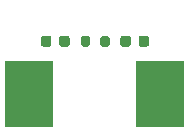
<source format=gbp>
G04 #@! TF.GenerationSoftware,KiCad,Pcbnew,5.1.8*
G04 #@! TF.CreationDate,2021-01-23T15:50:44+08:00*
G04 #@! TF.ProjectId,medicine_timer_pcb,6d656469-6369-46e6-955f-74696d65725f,rev?*
G04 #@! TF.SameCoordinates,Original*
G04 #@! TF.FileFunction,Paste,Bot*
G04 #@! TF.FilePolarity,Positive*
%FSLAX46Y46*%
G04 Gerber Fmt 4.6, Leading zero omitted, Abs format (unit mm)*
G04 Created by KiCad (PCBNEW 5.1.8) date 2021-01-23 15:50:44*
%MOMM*%
%LPD*%
G01*
G04 APERTURE LIST*
%ADD10R,4.100000X5.600000*%
G04 APERTURE END LIST*
D10*
X86650000Y-113375000D03*
X97750000Y-113375000D03*
G36*
G01*
X91850000Y-108650000D02*
X91850000Y-109200000D01*
G75*
G02*
X91650000Y-109400000I-200000J0D01*
G01*
X91250000Y-109400000D01*
G75*
G02*
X91050000Y-109200000I0J200000D01*
G01*
X91050000Y-108650000D01*
G75*
G02*
X91250000Y-108450000I200000J0D01*
G01*
X91650000Y-108450000D01*
G75*
G02*
X91850000Y-108650000I0J-200000D01*
G01*
G37*
G36*
G01*
X93500000Y-108650000D02*
X93500000Y-109200000D01*
G75*
G02*
X93300000Y-109400000I-200000J0D01*
G01*
X92900000Y-109400000D01*
G75*
G02*
X92700000Y-109200000I0J200000D01*
G01*
X92700000Y-108650000D01*
G75*
G02*
X92900000Y-108450000I200000J0D01*
G01*
X93300000Y-108450000D01*
G75*
G02*
X93500000Y-108650000I0J-200000D01*
G01*
G37*
G36*
G01*
X95950000Y-109175000D02*
X95950000Y-108675000D01*
G75*
G02*
X96175000Y-108450000I225000J0D01*
G01*
X96625000Y-108450000D01*
G75*
G02*
X96850000Y-108675000I0J-225000D01*
G01*
X96850000Y-109175000D01*
G75*
G02*
X96625000Y-109400000I-225000J0D01*
G01*
X96175000Y-109400000D01*
G75*
G02*
X95950000Y-109175000I0J225000D01*
G01*
G37*
G36*
G01*
X94400000Y-109175000D02*
X94400000Y-108675000D01*
G75*
G02*
X94625000Y-108450000I225000J0D01*
G01*
X95075000Y-108450000D01*
G75*
G02*
X95300000Y-108675000I0J-225000D01*
G01*
X95300000Y-109175000D01*
G75*
G02*
X95075000Y-109400000I-225000J0D01*
G01*
X94625000Y-109400000D01*
G75*
G02*
X94400000Y-109175000I0J225000D01*
G01*
G37*
G36*
G01*
X88575000Y-108675000D02*
X88575000Y-109175000D01*
G75*
G02*
X88350000Y-109400000I-225000J0D01*
G01*
X87900000Y-109400000D01*
G75*
G02*
X87675000Y-109175000I0J225000D01*
G01*
X87675000Y-108675000D01*
G75*
G02*
X87900000Y-108450000I225000J0D01*
G01*
X88350000Y-108450000D01*
G75*
G02*
X88575000Y-108675000I0J-225000D01*
G01*
G37*
G36*
G01*
X90125000Y-108675000D02*
X90125000Y-109175000D01*
G75*
G02*
X89900000Y-109400000I-225000J0D01*
G01*
X89450000Y-109400000D01*
G75*
G02*
X89225000Y-109175000I0J225000D01*
G01*
X89225000Y-108675000D01*
G75*
G02*
X89450000Y-108450000I225000J0D01*
G01*
X89900000Y-108450000D01*
G75*
G02*
X90125000Y-108675000I0J-225000D01*
G01*
G37*
M02*

</source>
